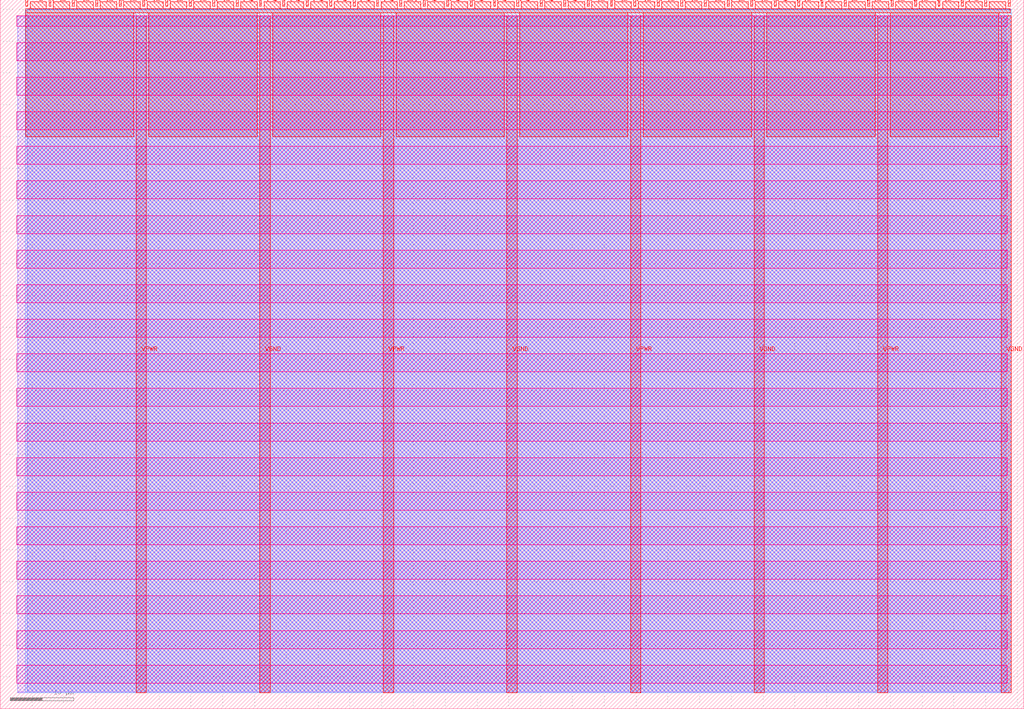
<source format=lef>
VERSION 5.7 ;
  NOWIREEXTENSIONATPIN ON ;
  DIVIDERCHAR "/" ;
  BUSBITCHARS "[]" ;
MACRO tt_um_ejfogleman_smsdac8
  CLASS BLOCK ;
  FOREIGN tt_um_ejfogleman_smsdac8 ;
  ORIGIN 0.000 0.000 ;
  SIZE 161.000 BY 111.520 ;
  PIN VGND
    DIRECTION INOUT ;
    USE GROUND ;
    PORT
      LAYER met4 ;
        RECT 40.830 2.480 42.430 109.040 ;
    END
    PORT
      LAYER met4 ;
        RECT 79.700 2.480 81.300 109.040 ;
    END
    PORT
      LAYER met4 ;
        RECT 118.570 2.480 120.170 109.040 ;
    END
    PORT
      LAYER met4 ;
        RECT 157.440 2.480 159.040 109.040 ;
    END
  END VGND
  PIN VPWR
    DIRECTION INOUT ;
    USE POWER ;
    PORT
      LAYER met4 ;
        RECT 21.395 2.480 22.995 109.040 ;
    END
    PORT
      LAYER met4 ;
        RECT 60.265 2.480 61.865 109.040 ;
    END
    PORT
      LAYER met4 ;
        RECT 99.135 2.480 100.735 109.040 ;
    END
    PORT
      LAYER met4 ;
        RECT 138.005 2.480 139.605 109.040 ;
    END
  END VPWR
  PIN clk
    DIRECTION INPUT ;
    USE SIGNAL ;
    ANTENNAGATEAREA 0.852000 ;
    PORT
      LAYER met4 ;
        RECT 154.870 110.520 155.170 111.520 ;
    END
  END clk
  PIN ena
    DIRECTION INPUT ;
    USE SIGNAL ;
    ANTENNAGATEAREA 0.196500 ;
    PORT
      LAYER met4 ;
        RECT 158.550 110.520 158.850 111.520 ;
    END
  END ena
  PIN rst_n
    DIRECTION INPUT ;
    USE SIGNAL ;
    ANTENNAGATEAREA 0.196500 ;
    PORT
      LAYER met4 ;
        RECT 151.190 110.520 151.490 111.520 ;
    END
  END rst_n
  PIN ui_in[0]
    DIRECTION INPUT ;
    USE SIGNAL ;
    ANTENNAGATEAREA 0.196500 ;
    PORT
      LAYER met4 ;
        RECT 147.510 110.520 147.810 111.520 ;
    END
  END ui_in[0]
  PIN ui_in[1]
    DIRECTION INPUT ;
    USE SIGNAL ;
    ANTENNAGATEAREA 0.196500 ;
    PORT
      LAYER met4 ;
        RECT 143.830 110.520 144.130 111.520 ;
    END
  END ui_in[1]
  PIN ui_in[2]
    DIRECTION INPUT ;
    USE SIGNAL ;
    ANTENNAGATEAREA 0.196500 ;
    PORT
      LAYER met4 ;
        RECT 140.150 110.520 140.450 111.520 ;
    END
  END ui_in[2]
  PIN ui_in[3]
    DIRECTION INPUT ;
    USE SIGNAL ;
    ANTENNAGATEAREA 0.196500 ;
    PORT
      LAYER met4 ;
        RECT 136.470 110.520 136.770 111.520 ;
    END
  END ui_in[3]
  PIN ui_in[4]
    DIRECTION INPUT ;
    USE SIGNAL ;
    ANTENNAGATEAREA 0.196500 ;
    PORT
      LAYER met4 ;
        RECT 132.790 110.520 133.090 111.520 ;
    END
  END ui_in[4]
  PIN ui_in[5]
    DIRECTION INPUT ;
    USE SIGNAL ;
    ANTENNAGATEAREA 0.196500 ;
    PORT
      LAYER met4 ;
        RECT 129.110 110.520 129.410 111.520 ;
    END
  END ui_in[5]
  PIN ui_in[6]
    DIRECTION INPUT ;
    USE SIGNAL ;
    ANTENNAGATEAREA 0.196500 ;
    PORT
      LAYER met4 ;
        RECT 125.430 110.520 125.730 111.520 ;
    END
  END ui_in[6]
  PIN ui_in[7]
    DIRECTION INPUT ;
    USE SIGNAL ;
    ANTENNAGATEAREA 0.196500 ;
    PORT
      LAYER met4 ;
        RECT 121.750 110.520 122.050 111.520 ;
    END
  END ui_in[7]
  PIN uio_in[0]
    DIRECTION INPUT ;
    USE SIGNAL ;
    ANTENNAGATEAREA 0.126000 ;
    PORT
      LAYER met4 ;
        RECT 118.070 110.520 118.370 111.520 ;
    END
  END uio_in[0]
  PIN uio_in[1]
    DIRECTION INPUT ;
    USE SIGNAL ;
    ANTENNAGATEAREA 0.426000 ;
    PORT
      LAYER met4 ;
        RECT 114.390 110.520 114.690 111.520 ;
    END
  END uio_in[1]
  PIN uio_in[2]
    DIRECTION INPUT ;
    USE SIGNAL ;
    PORT
      LAYER met4 ;
        RECT 110.710 110.520 111.010 111.520 ;
    END
  END uio_in[2]
  PIN uio_in[3]
    DIRECTION INPUT ;
    USE SIGNAL ;
    PORT
      LAYER met4 ;
        RECT 107.030 110.520 107.330 111.520 ;
    END
  END uio_in[3]
  PIN uio_in[4]
    DIRECTION INPUT ;
    USE SIGNAL ;
    PORT
      LAYER met4 ;
        RECT 103.350 110.520 103.650 111.520 ;
    END
  END uio_in[4]
  PIN uio_in[5]
    DIRECTION INPUT ;
    USE SIGNAL ;
    PORT
      LAYER met4 ;
        RECT 99.670 110.520 99.970 111.520 ;
    END
  END uio_in[5]
  PIN uio_in[6]
    DIRECTION INPUT ;
    USE SIGNAL ;
    PORT
      LAYER met4 ;
        RECT 95.990 110.520 96.290 111.520 ;
    END
  END uio_in[6]
  PIN uio_in[7]
    DIRECTION INPUT ;
    USE SIGNAL ;
    PORT
      LAYER met4 ;
        RECT 92.310 110.520 92.610 111.520 ;
    END
  END uio_in[7]
  PIN uio_oe[0]
    DIRECTION OUTPUT TRISTATE ;
    USE SIGNAL ;
    PORT
      LAYER met4 ;
        RECT 29.750 110.520 30.050 111.520 ;
    END
  END uio_oe[0]
  PIN uio_oe[1]
    DIRECTION OUTPUT TRISTATE ;
    USE SIGNAL ;
    PORT
      LAYER met4 ;
        RECT 26.070 110.520 26.370 111.520 ;
    END
  END uio_oe[1]
  PIN uio_oe[2]
    DIRECTION OUTPUT TRISTATE ;
    USE SIGNAL ;
    PORT
      LAYER met4 ;
        RECT 22.390 110.520 22.690 111.520 ;
    END
  END uio_oe[2]
  PIN uio_oe[3]
    DIRECTION OUTPUT TRISTATE ;
    USE SIGNAL ;
    PORT
      LAYER met4 ;
        RECT 18.710 110.520 19.010 111.520 ;
    END
  END uio_oe[3]
  PIN uio_oe[4]
    DIRECTION OUTPUT TRISTATE ;
    USE SIGNAL ;
    PORT
      LAYER met4 ;
        RECT 15.030 110.520 15.330 111.520 ;
    END
  END uio_oe[4]
  PIN uio_oe[5]
    DIRECTION OUTPUT TRISTATE ;
    USE SIGNAL ;
    PORT
      LAYER met4 ;
        RECT 11.350 110.520 11.650 111.520 ;
    END
  END uio_oe[5]
  PIN uio_oe[6]
    DIRECTION OUTPUT TRISTATE ;
    USE SIGNAL ;
    PORT
      LAYER met4 ;
        RECT 7.670 110.520 7.970 111.520 ;
    END
  END uio_oe[6]
  PIN uio_oe[7]
    DIRECTION OUTPUT TRISTATE ;
    USE SIGNAL ;
    PORT
      LAYER met4 ;
        RECT 3.990 110.520 4.290 111.520 ;
    END
  END uio_oe[7]
  PIN uio_out[0]
    DIRECTION OUTPUT TRISTATE ;
    USE SIGNAL ;
    PORT
      LAYER met4 ;
        RECT 59.190 110.520 59.490 111.520 ;
    END
  END uio_out[0]
  PIN uio_out[1]
    DIRECTION OUTPUT TRISTATE ;
    USE SIGNAL ;
    PORT
      LAYER met4 ;
        RECT 55.510 110.520 55.810 111.520 ;
    END
  END uio_out[1]
  PIN uio_out[2]
    DIRECTION OUTPUT TRISTATE ;
    USE SIGNAL ;
    ANTENNADIFFAREA 0.891000 ;
    PORT
      LAYER met4 ;
        RECT 51.830 110.520 52.130 111.520 ;
    END
  END uio_out[2]
  PIN uio_out[3]
    DIRECTION OUTPUT TRISTATE ;
    USE SIGNAL ;
    ANTENNADIFFAREA 0.891000 ;
    PORT
      LAYER met4 ;
        RECT 48.150 110.520 48.450 111.520 ;
    END
  END uio_out[3]
  PIN uio_out[4]
    DIRECTION OUTPUT TRISTATE ;
    USE SIGNAL ;
    ANTENNADIFFAREA 0.891000 ;
    PORT
      LAYER met4 ;
        RECT 44.470 110.520 44.770 111.520 ;
    END
  END uio_out[4]
  PIN uio_out[5]
    DIRECTION OUTPUT TRISTATE ;
    USE SIGNAL ;
    ANTENNADIFFAREA 0.891000 ;
    PORT
      LAYER met4 ;
        RECT 40.790 110.520 41.090 111.520 ;
    END
  END uio_out[5]
  PIN uio_out[6]
    DIRECTION OUTPUT TRISTATE ;
    USE SIGNAL ;
    ANTENNADIFFAREA 0.891000 ;
    PORT
      LAYER met4 ;
        RECT 37.110 110.520 37.410 111.520 ;
    END
  END uio_out[6]
  PIN uio_out[7]
    DIRECTION OUTPUT TRISTATE ;
    USE SIGNAL ;
    ANTENNADIFFAREA 0.891000 ;
    PORT
      LAYER met4 ;
        RECT 33.430 110.520 33.730 111.520 ;
    END
  END uio_out[7]
  PIN uo_out[0]
    DIRECTION OUTPUT TRISTATE ;
    USE SIGNAL ;
    ANTENNADIFFAREA 0.891000 ;
    PORT
      LAYER met4 ;
        RECT 88.630 110.520 88.930 111.520 ;
    END
  END uo_out[0]
  PIN uo_out[1]
    DIRECTION OUTPUT TRISTATE ;
    USE SIGNAL ;
    ANTENNADIFFAREA 0.891000 ;
    PORT
      LAYER met4 ;
        RECT 84.950 110.520 85.250 111.520 ;
    END
  END uo_out[1]
  PIN uo_out[2]
    DIRECTION OUTPUT TRISTATE ;
    USE SIGNAL ;
    ANTENNADIFFAREA 0.891000 ;
    PORT
      LAYER met4 ;
        RECT 81.270 110.520 81.570 111.520 ;
    END
  END uo_out[2]
  PIN uo_out[3]
    DIRECTION OUTPUT TRISTATE ;
    USE SIGNAL ;
    ANTENNADIFFAREA 0.891000 ;
    PORT
      LAYER met4 ;
        RECT 77.590 110.520 77.890 111.520 ;
    END
  END uo_out[3]
  PIN uo_out[4]
    DIRECTION OUTPUT TRISTATE ;
    USE SIGNAL ;
    ANTENNADIFFAREA 0.891000 ;
    PORT
      LAYER met4 ;
        RECT 73.910 110.520 74.210 111.520 ;
    END
  END uo_out[4]
  PIN uo_out[5]
    DIRECTION OUTPUT TRISTATE ;
    USE SIGNAL ;
    ANTENNADIFFAREA 0.891000 ;
    PORT
      LAYER met4 ;
        RECT 70.230 110.520 70.530 111.520 ;
    END
  END uo_out[5]
  PIN uo_out[6]
    DIRECTION OUTPUT TRISTATE ;
    USE SIGNAL ;
    ANTENNADIFFAREA 0.891000 ;
    PORT
      LAYER met4 ;
        RECT 66.550 110.520 66.850 111.520 ;
    END
  END uo_out[6]
  PIN uo_out[7]
    DIRECTION OUTPUT TRISTATE ;
    USE SIGNAL ;
    ANTENNADIFFAREA 0.891000 ;
    PORT
      LAYER met4 ;
        RECT 62.870 110.520 63.170 111.520 ;
    END
  END uo_out[7]
  OBS
      LAYER nwell ;
        RECT 2.570 107.385 158.430 108.990 ;
        RECT 2.570 101.945 158.430 104.775 ;
        RECT 2.570 96.505 158.430 99.335 ;
        RECT 2.570 91.065 158.430 93.895 ;
        RECT 2.570 85.625 158.430 88.455 ;
        RECT 2.570 80.185 158.430 83.015 ;
        RECT 2.570 74.745 158.430 77.575 ;
        RECT 2.570 69.305 158.430 72.135 ;
        RECT 2.570 63.865 158.430 66.695 ;
        RECT 2.570 58.425 158.430 61.255 ;
        RECT 2.570 52.985 158.430 55.815 ;
        RECT 2.570 47.545 158.430 50.375 ;
        RECT 2.570 42.105 158.430 44.935 ;
        RECT 2.570 36.665 158.430 39.495 ;
        RECT 2.570 31.225 158.430 34.055 ;
        RECT 2.570 25.785 158.430 28.615 ;
        RECT 2.570 20.345 158.430 23.175 ;
        RECT 2.570 14.905 158.430 17.735 ;
        RECT 2.570 9.465 158.430 12.295 ;
        RECT 2.570 4.025 158.430 6.855 ;
      LAYER li1 ;
        RECT 2.760 2.635 158.240 108.885 ;
      LAYER met1 ;
        RECT 2.760 2.480 159.040 109.040 ;
      LAYER met2 ;
        RECT 4.230 2.535 159.010 110.005 ;
      LAYER met3 ;
        RECT 3.950 2.555 159.030 109.985 ;
      LAYER met4 ;
        RECT 4.690 110.120 7.270 111.170 ;
        RECT 8.370 110.120 10.950 111.170 ;
        RECT 12.050 110.120 14.630 111.170 ;
        RECT 15.730 110.120 18.310 111.170 ;
        RECT 19.410 110.120 21.990 111.170 ;
        RECT 23.090 110.120 25.670 111.170 ;
        RECT 26.770 110.120 29.350 111.170 ;
        RECT 30.450 110.120 33.030 111.170 ;
        RECT 34.130 110.120 36.710 111.170 ;
        RECT 37.810 110.120 40.390 111.170 ;
        RECT 41.490 110.120 44.070 111.170 ;
        RECT 45.170 110.120 47.750 111.170 ;
        RECT 48.850 110.120 51.430 111.170 ;
        RECT 52.530 110.120 55.110 111.170 ;
        RECT 56.210 110.120 58.790 111.170 ;
        RECT 59.890 110.120 62.470 111.170 ;
        RECT 63.570 110.120 66.150 111.170 ;
        RECT 67.250 110.120 69.830 111.170 ;
        RECT 70.930 110.120 73.510 111.170 ;
        RECT 74.610 110.120 77.190 111.170 ;
        RECT 78.290 110.120 80.870 111.170 ;
        RECT 81.970 110.120 84.550 111.170 ;
        RECT 85.650 110.120 88.230 111.170 ;
        RECT 89.330 110.120 91.910 111.170 ;
        RECT 93.010 110.120 95.590 111.170 ;
        RECT 96.690 110.120 99.270 111.170 ;
        RECT 100.370 110.120 102.950 111.170 ;
        RECT 104.050 110.120 106.630 111.170 ;
        RECT 107.730 110.120 110.310 111.170 ;
        RECT 111.410 110.120 113.990 111.170 ;
        RECT 115.090 110.120 117.670 111.170 ;
        RECT 118.770 110.120 121.350 111.170 ;
        RECT 122.450 110.120 125.030 111.170 ;
        RECT 126.130 110.120 128.710 111.170 ;
        RECT 129.810 110.120 132.390 111.170 ;
        RECT 133.490 110.120 136.070 111.170 ;
        RECT 137.170 110.120 139.750 111.170 ;
        RECT 140.850 110.120 143.430 111.170 ;
        RECT 144.530 110.120 147.110 111.170 ;
        RECT 148.210 110.120 150.790 111.170 ;
        RECT 151.890 110.120 154.470 111.170 ;
        RECT 155.570 110.120 158.150 111.170 ;
        RECT 3.975 109.440 158.850 110.120 ;
        RECT 3.975 89.935 20.995 109.440 ;
        RECT 23.395 89.935 40.430 109.440 ;
        RECT 42.830 89.935 59.865 109.440 ;
        RECT 62.265 89.935 79.300 109.440 ;
        RECT 81.700 89.935 98.735 109.440 ;
        RECT 101.135 89.935 118.170 109.440 ;
        RECT 120.570 89.935 137.605 109.440 ;
        RECT 140.005 89.935 157.040 109.440 ;
  END
END tt_um_ejfogleman_smsdac8
END LIBRARY


</source>
